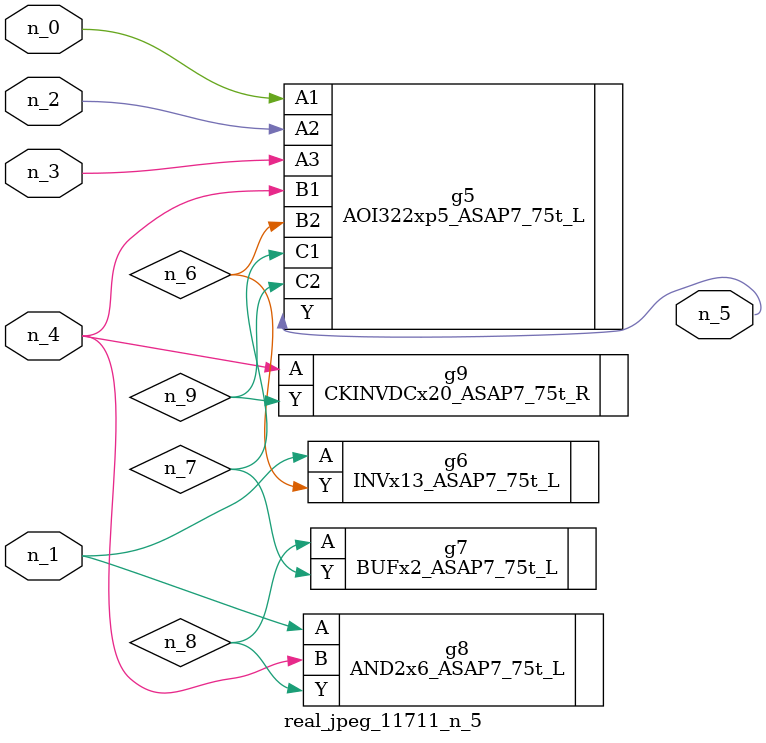
<source format=v>
module real_jpeg_11711_n_5 (n_4, n_0, n_1, n_2, n_3, n_5);

input n_4;
input n_0;
input n_1;
input n_2;
input n_3;

output n_5;

wire n_8;
wire n_6;
wire n_7;
wire n_9;

AOI322xp5_ASAP7_75t_L g5 ( 
.A1(n_0),
.A2(n_2),
.A3(n_3),
.B1(n_4),
.B2(n_6),
.C1(n_7),
.C2(n_9),
.Y(n_5)
);

INVx13_ASAP7_75t_L g6 ( 
.A(n_1),
.Y(n_6)
);

AND2x6_ASAP7_75t_L g8 ( 
.A(n_1),
.B(n_4),
.Y(n_8)
);

CKINVDCx20_ASAP7_75t_R g9 ( 
.A(n_4),
.Y(n_9)
);

BUFx2_ASAP7_75t_L g7 ( 
.A(n_8),
.Y(n_7)
);


endmodule
</source>
